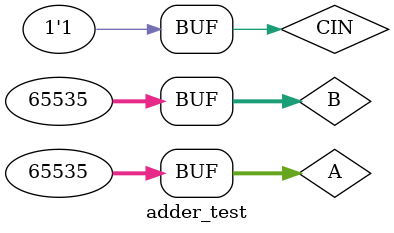
<source format=v>
module adder_test;
      reg [31:0] A;
      reg [31:0] B;
      reg CIN;
      wire [31:0] SUM;
      wire COUT;
     
      fa_32bit adder(A,B,CIN,SUM,COUT);

    initial begin
          $monitor("A=%b B=%b CIN=%b SUM=%b COUT=%b", A, B, CIN, SUM, COUT);
          #0 A = 32'h0000; B = 32'h0000; CIN = 1'b0;
          #1 A = 32'h0000; B = 32'h0000; CIN = 1'b1;
          #1 A = 32'h0001; B = 32'h0000; CIN = 1'b0;
          #1 A = 32'h0000; B = 32'h0001; CIN = 1'b1;
          #1 A = 32'h000B; B = 32'h000A; CIN = 1'b0;
          #1 A = 32'h000B; B = 32'h000A; CIN = 1'b1;
          #1 A = 32'hFFFF; B = 32'hFFFF; CIN = 1'b0;
          #1 A = 32'hFFFF; B = 32'hFFFF; CIN = 1'b1;
    end
endmodule // testbench

</source>
